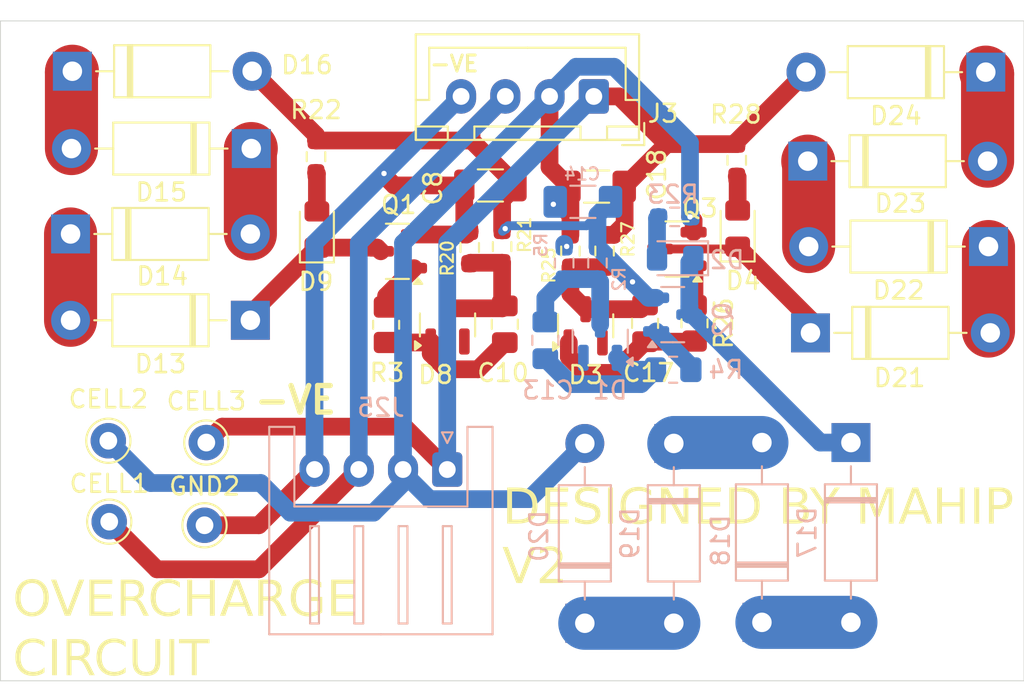
<source format=kicad_pcb>
(kicad_pcb (version 20240108) (generator "pcbnew") (generator_version "8.0")
  (layers (0 "F.Cu" signal) (31 "B.Cu" signal) (34 "B.Paste" user) (35 "F.Paste" user) (36 "B.SilkS" user "B.Silkscreen") (37 "F.SilkS" user "F.Silkscreen") (38 "B.Mask" user) (39 "F.Mask" user) (44 "Edge.Cuts" user))
  (net 0 "")
  (net 1 "Net-(D1-K)")
  (net 2 "Net-(D1-A)")
  (net 3 "Net-(D2-A)")
  (net 4 "Net-(D3-A)")
  (net 5 "/chCELL1-")
  (net 6 "Net-(Q1-B)")
  (net 9 "Net-(D3-K)")
  (net 10 "Net-(D8-K)")
  (net 11 "Net-(D8-A)")
  (net 13 "Net-(D17-K)")
  (net 14 "Net-(D21-K)")
  (net 15 "Net-(Q2-B)")
  (net 16 "Net-(Q3-B)")
  (net 17 "Net-(D4-A)")
  (net 18 "Net-(D9-A)")
  (net 19 "Net-(D13-K)")
  (net 20 "Net-(D13-A)")
  (net 21 "Net-(D14-A)")
  (net 22 "Net-(D15-A)")
  (net 23 "Net-(D17-A)")
  (net 24 "Net-(D18-A)")
  (net 25 "Net-(D19-A)")
  (net 26 "Net-(D21-A)")
  (net 27 "Net-(D22-A)")
  (net 28 "Net-(D23-A)")
  (net 29 "/chCELL3+")
  (net 30 "/chCELL2+")
  (net 31 "/chCELL1+")
  (footprint "Package_TO_SOT_SMD:SOT-23" (layer "F.Cu") (at 99.177 61.7413 90)
    (property "Reference" "D8" (at -2.8171 -0.6756 180) (layer "F.SilkS"))
    (property "Value" "BZX84C24")
    (pad "1" smd roundrect (at -0.9375 -0.95 90) (size 1.475 0.6) (layers "F.Cu" "F.Paste" "F.Mask") (net 11 "Net-(D8-A)"))
    (pad "2" smd roundrect (at -0.9375 0.95 90) (size 1.475 0.6) (layers "F.Cu" "F.Paste" "F.Mask"))
    (pad "3" smd roundrect (at 0.9375 0 90) (size 1.475 0.6) (layers "F.Cu" "F.Paste" "F.Mask") (net 10 "Net-(D8-K)"))
  )
  (footprint "Capacitor_SMD:C_1206_3216Metric_Pad1.33x1.80mm_HandSolder" (layer "F.Cu") (at 107.5992 53.9252)
    (property "Reference" "C18" (at 3.4036 -0.6756 90) (layer "F.SilkS"))
    (property "Value" "100n")
    (pad "1" smd roundrect (at -1.5625 0) (size 1.325 1.8) (layers "F.Cu" "F.Paste" "F.Mask") (roundrect_rratio 0.188679) (net 30 "/chCELL2+"))
    (pad "2" smd roundrect (at 1.5625 0) (size 1.325 1.8) (layers "F.Cu" "F.Paste" "F.Mask") (roundrect_rratio 0.188679) (net 29 "/chCELL3+"))
  )
  (footprint "Connector_Pin:Pin_D1.0mm_L10.0mm" (layer "F.Cu") (at 80.0102 68.2864)
    (property "Reference" "CELL2" (at 0.0026 -2.3528 0) (layer "F.SilkS"))
    (property "Value" "TestPoint")
    (pad "1" thru_hole circle (at 0 0) (size 2 2) (drill 1) (layers "*.Cu" "*.Mask") (net 30 "/chCELL2+"))
  )
  (footprint "Diode_THT:D_DO-41_SOD81_P10.16mm_Horizontal" (layer "F.Cu") (at 77.9782 47.4076)
    (property "Reference" "D16" (at 13.2588 -0.3556 0) (layer "F.SilkS"))
    (property "Value" "1N4007")
    (pad "1" thru_hole rect (at 0 0) (size 2.2 2.2) (drill 1.1) (layers "*.Cu" "*.Mask") (net 22 "Net-(D15-A)"))
    (pad "2" thru_hole oval (at 10.16 0) (size 2.2 2.2) (drill 1.1) (layers "*.Cu" "*.Mask") (net 31 "/chCELL1+"))
  )
  (footprint "Connector_Pin:Pin_D1.0mm_L10.0mm" (layer "F.Cu") (at 85.5474 68.388)
    (property "Reference" "CELL3" (at 0.0026 -2.338 0) (layer "F.SilkS"))
    (property "Value" "TestPoint")
    (pad "1" thru_hole circle (at 0 0) (size 2 2) (drill 1) (layers "*.Cu" "*.Mask") (net 29 "/chCELL3+"))
  )
  (footprint "Resistor_SMD:R_0805_2012Metric_Pad1.20x1.40mm_HandSolder" (layer "F.Cu") (at 113.1318 61.652 -90)
    (property "Reference" "R26" (at 0 -1.65 90) (layer "F.SilkS"))
    (property "Value" "10k")
    (pad "1" smd roundrect (at -1 0 270) (size 1.2 1.4) (layers "F.Cu" "F.Paste" "F.Mask") (roundrect_rratio 0.208333) (net 16 "Net-(Q3-B)"))
    (pad "2" smd roundrect (at 1 0 270) (size 1.2 1.4) (layers "F.Cu" "F.Paste" "F.Mask") (roundrect_rratio 0.208333) (net 4 "Net-(D3-A)"))
  )
  (footprint "Diode_THT:D_DO-41_SOD81_P10.16mm_Horizontal" (layer "F.Cu") (at 129.7434 57.3136 180)
    (property "Reference" "D22" (at 5.08 -2.47 0) (layer "F.SilkS"))
    (property "Value" "1N4007")
    (pad "1" thru_hole rect (at 0 0 180) (size 2.2 2.2) (drill 1.1) (layers "*.Cu" "*.Mask") (net 26 "Net-(D21-A)"))
    (pad "2" thru_hole oval (at 10.16 0 180) (size 2.2 2.2) (drill 1.1) (layers "*.Cu" "*.Mask") (net 27 "Net-(D22-A)"))
  )
  (footprint "Capacitor_SMD:C_0805_2012Metric_Pad1.18x1.45mm_HandSolder" (layer "F.Cu") (at 110.3378 61.652 90)
    (property "Reference" "C17" (at -2.794 0.2032 180) (layer "F.SilkS"))
    (property "Value" "100n")
    (pad "1" smd roundrect (at -1.0375 0 90) (size 1.175 1.45) (layers "F.Cu" "F.Paste" "F.Mask") (roundrect_rratio 0.212766) (net 4 "Net-(D3-A)"))
    (pad "2" smd roundrect (at 1.0375 0 90) (size 1.175 1.45) (layers "F.Cu" "F.Paste" "F.Mask") (roundrect_rratio 0.212766) (net 9 "Net-(D3-K)"))
  )
  (footprint "LED_SMD:LED_0805_2012Metric_Pad1.15x1.40mm_HandSolder" (layer "F.Cu") (at 115.5702 56.2976 90)
    (property "Reference" "D4" (at -2.9464 0.3048 180) (layer "F.SilkS"))
    (property "Value" "LED")
    (pad "1" smd roundrect (at -1.025 0 90) (size 1.15 1.4) (layers "F.Cu" "F.Paste" "F.Mask") (roundrect_rratio 0.217391) (net 14 "Net-(D21-K)"))
    (pad "2" smd roundrect (at 1.025 0 90) (size 1.15 1.4) (layers "F.Cu" "F.Paste" "F.Mask") (roundrect_rratio 0.217391) (net 17 "Net-(D4-A)"))
  )
  (footprint "Resistor_SMD:R_0603_1608Metric_Pad0.98x0.95mm_HandSolder" (layer "F.Cu") (at 102.2606 57.3155 -90)
    (property "Reference" "R21" (at -0.6604 -1.27 -90) (layer "F.SilkS") (effects (font (size 0.7 0.7) (thickness 0.12) (bold yes))))
    (property "Value" "12k")
    (pad "1" smd roundrect (at -0.9125 0 270) (size 0.975 0.95) (layers "F.Cu" "F.Paste" "F.Mask") (net 31 "/chCELL1+"))
    (pad "2" smd roundrect (at 0.9125 0 270) (size 0.975 0.95) (layers "F.Cu" "F.Paste" "F.Mask") (net 10 "Net-(D8-K)"))
  )
  (footprint "Capacitor_SMD:C_1206_3216Metric" (layer "F.Cu") (at 101.5984 53.8611)
    (property "Reference" "C8" (at -3.2494 0.1524 90) (layer "F.SilkS"))
    (property "Value" "100n")
    (pad "1" smd roundrect (at -1.475 0) (size 1.15 1.8) (layers "F.Cu" "F.Paste" "F.Mask") (roundrect_rratio 0.217391) (net 5 "/chCELL1-"))
    (pad "2" smd roundrect (at 1.475 0) (size 1.15 1.8) (layers "F.Cu" "F.Paste" "F.Mask") (roundrect_rratio 0.217391) (net 31 "/chCELL1+"))
  )
  (footprint "Diode_THT:D_DO-41_SOD81_P10.16mm_Horizontal" (layer "F.Cu") (at 129.591 47.4584 180)
    (property "Reference" "D24" (at 5.08 -2.47 0) (layer "F.SilkS"))
    (property "Value" "1N4007")
    (pad "1" thru_hole rect (at 0 0 180) (size 2.2 2.2) (drill 1.1) (layers "*.Cu" "*.Mask") (net 28 "Net-(D23-A)"))
    (pad "2" thru_hole oval (at 10.16 0 180) (size 2.2 2.2) (drill 1.1) (layers "*.Cu" "*.Mask") (net 29 "/chCELL3+"))
  )
  (footprint "Capacitor_SMD:C_0805_2012Metric_Pad1.18x1.45mm_HandSolder" (layer "F.Cu") (at 102.413 61.7039 90)
    (property "Reference" "C10" (at -2.7432 -0.1016 180) (layer "F.SilkS"))
    (property "Value" "100n")
    (pad "1" smd roundrect (at -1.0375 0 90) (size 1.175 1.45) (layers "F.Cu" "F.Paste" "F.Mask") (roundrect_rratio 0.212766) (net 11 "Net-(D8-A)"))
    (pad "2" smd roundrect (at 1.0375 0 90) (size 1.175 1.45) (layers "F.Cu" "F.Paste" "F.Mask") (roundrect_rratio 0.212766) (net 10 "Net-(D8-K)"))
  )
  (footprint "Resistor_SMD:R_0603_1608Metric_Pad0.98x0.95mm_HandSolder" (layer "F.Cu") (at 106.1214 57.5676 90)
    (property "Reference" "R25" (at -0.8128 -1.2192 -90) (layer "F.SilkS") (effects (font (size 0.7 0.7) (thickness 0.12) (bold yes))))
    (property "Value" "16k")
    (pad "1" smd roundrect (at -0.9125 0 90) (size 0.975 0.95) (layers "F.Cu" "F.Paste" "F.Mask") (net 9 "Net-(D3-K)"))
    (pad "2" smd roundrect (at 0.9125 0 90) (size 0.975 0.95) (layers "F.Cu" "F.Paste" "F.Mask") (net 30 "/chCELL2+"))
  )
  (footprint "Diode_THT:D_DO-41_SOD81_P10.16mm_Horizontal" (layer "F.Cu") (at 77.8766 56.6024)
    (property "Reference" "D14" (at 5.1816 2.3876 0) (layer "F.SilkS"))
    (property "Value" "1N4007")
    (pad "1" thru_hole rect (at 0 0) (size 2.2 2.2) (drill 1.1) (layers "*.Cu" "*.Mask") (net 20 "Net-(D13-A)"))
    (pad "2" thru_hole oval (at 10.16 0) (size 2.2 2.2) (drill 1.1) (layers "*.Cu" "*.Mask") (net 21 "Net-(D14-A)"))
  )
  (footprint "Resistor_SMD:R_0805_2012Metric_Pad1.20x1.40mm_HandSolder" (layer "F.Cu") (at 95.7074 61.7332 -90)
    (property "Reference" "R3" (at 2.7065 -0.0508 180) (layer "F.SilkS"))
    (property "Value" "10k")
    (pad "1" smd roundrect (at -1 0 270) (size 1.2 1.4) (layers "F.Cu" "F.Paste" "F.Mask") (roundrect_rratio 0.208333) (net 6 "Net-(Q1-B)"))
    (pad "2" smd roundrect (at 1 0 270) (size 1.2 1.4) (layers "F.Cu" "F.Paste" "F.Mask") (roundrect_rratio 0.208333) (net 11 "Net-(D8-A)"))
  )
  (footprint "Connector_Pin:Pin_D1.0mm_L10.0mm" (layer "F.Cu") (at 80.061 72.8584)
    (property "Reference" "CELL1" (at 0.0026 -2.1496 0) (layer "F.SilkS"))
    (property "Value" "TestPoint")
    (pad "1" thru_hole circle (at 0 0) (size 2 2) (drill 1) (layers "*.Cu" "*.Mask") (net 31 "/chCELL1+"))
  )
  (footprint "Diode_THT:D_DO-41_SOD81_P10.16mm_Horizontal" (layer "F.Cu") (at 119.685 62.1904)
    (property "Reference" "D21" (at 5.0292 2.54 0) (layer "F.SilkS"))
    (property "Value" "1N4007")
    (pad "1" thru_hole rect (at 0 0) (size 2.2 2.2) (drill 1.1) (layers "*.Cu" "*.Mask") (net 14 "Net-(D21-K)"))
    (pad "2" thru_hole oval (at 10.16 0) (size 2.2 2.2) (drill 1.1) (layers "*.Cu" "*.Mask") (net 26 "Net-(D21-A)"))
  )
  (footprint "Package_TO_SOT_SMD:SOT-23" (layer "F.Cu") (at 112.1435 57.4508 180)
    (property "Reference" "Q3" (at -1.2931 2.3012 0) (layer "F.SilkS"))
    (property "Value" "MMBT2222A")
    (pad "1" smd roundrect (at -0.9375 -0.95 180) (size 1.475 0.6) (layers "F.Cu" "F.Paste" "F.Mask") (net 16 "Net-(Q3-B)"))
    (pad "2" smd roundrect (at -0.9375 0.95 180) (size 1.475 0.6) (layers "F.Cu" "F.Paste" "F.Mask") (net 30 "/chCELL2+"))
    (pad "3" smd roundrect (at 0.9375 0 180) (size 1.475 0.6) (layers "F.Cu" "F.Paste" "F.Mask") (net 14 "Net-(D21-K)"))
  )
  (footprint "LED_SMD:LED_0805_2012Metric_Pad1.15x1.40mm_HandSolder" (layer "F.Cu") (at 91.7958 56.3484 90)
    (property "Reference" "D9" (at -2.9464 -0.0508 180) (layer "F.SilkS"))
    (property "Value" "LED")
    (pad "1" smd roundrect (at -1.025 0 90) (size 1.15 1.4) (layers "F.Cu" "F.Paste" "F.Mask") (roundrect_rratio 0.217391) (net 19 "Net-(D13-K)"))
    (pad "2" smd roundrect (at 1.025 0 90) (size 1.15 1.4) (layers "F.Cu" "F.Paste" "F.Mask") (roundrect_rratio 0.217391) (net 18 "Net-(D9-A)"))
  )
  (footprint "Resistor_SMD:R_0603_1608Metric_Pad0.98x0.95mm_HandSolder" (layer "F.Cu") (at 108.0518 57.5676 -90)
    (property "Reference" "R27" (at -0.6604 -1.3208 90) (layer "F.SilkS") (effects (font (size 0.7 0.7) (thickness 0.12) (bold yes))))
    (property "Value" "12k")
    (pad "1" smd roundrect (at -0.9125 0 270) (size 0.975 0.95) (layers "F.Cu" "F.Paste" "F.Mask") (net 29 "/chCELL3+"))
    (pad "2" smd roundrect (at 0.9125 0 270) (size 0.975 0.95) (layers "F.Cu" "F.Paste" "F.Mask") (net 9 "Net-(D3-K)"))
  )
  (footprint "Resistor_SMD:R_0603_1608Metric_Pad0.98x0.95mm_HandSolder" (layer "F.Cu") (at 115.5194 52.4368 90)
    (property "Reference" "R28" (at 2.5908 -0.0508 180) (layer "F.SilkS"))
    (property "Value" "100")
    (pad "1" smd roundrect (at -0.9125 0 90) (size 0.975 0.95) (layers "F.Cu" "F.Paste" "F.Mask") (net 17 "Net-(D4-A)"))
    (pad "2" smd roundrect (at 0.9125 0 90) (size 0.975 0.95) (layers "F.Cu" "F.Paste" "F.Mask") (net 29 "/chCELL3+"))
  )
  (footprint "Diode_THT:D_DO-41_SOD81_P10.16mm_Horizontal" (layer "F.Cu") (at 119.5326 52.4876)
    (property "Reference" "D23" (at 5.2324 2.3876 0) (layer "F.SilkS"))
    (property "Value" "1N4007")
    (pad "1" thru_hole rect (at 0 0) (size 2.2 2.2) (drill 1.1) (layers "*.Cu" "*.Mask") (net 27 "Net-(D22-A)"))
    (pad "2" thru_hole oval (at 10.16 0) (size 2.2 2.2) (drill 1.1) (layers "*.Cu" "*.Mask") (net 28 "Net-(D23-A)"))
  )
  (footprint "Resistor_SMD:R_0603_1608Metric_Pad0.98x0.95mm_HandSolder" (layer "F.Cu") (at 100.4318 57.3663 90)
    (property "Reference" "R20" (at -0.6096 -1.27 90) (layer "F.SilkS") (effects (font (size 0.7 0.7) (thickness 0.12) (bold yes))))
    (property "Value" "16k")
    (pad "1" smd roundrect (at -0.9125 0 90) (size 0.975 0.95) (layers "F.Cu" "F.Paste" "F.Mask") (net 10 "Net-(D8-K)"))
    (pad "2" smd roundrect (at 0.9125 0 90) (size 0.975 0.95) (layers "F.Cu" "F.Paste" "F.Mask") (net 5 "/chCELL1-"))
  )
  (footprint "Resistor_SMD:R_0603_1608Metric_Pad0.98x0.95mm_HandSolder" (layer "F.Cu") (at 91.745 52.2336 90)
    (property "Reference" "R22" (at 2.6416 0 180) (layer "F.SilkS"))
    (property "Value" "100")
    (pad "1" smd roundrect (at -0.9125 0 90) (size 0.975 0.95) (layers "F.Cu" "F.Paste" "F.Mask") (net 18 "Net-(D9-A)"))
    (pad "2" smd roundrect (at 0.9125 0 90) (size 0.975 0.95) (layers "F.Cu" "F.Paste" "F.Mask") (net 31 "/chCELL1+"))
  )
  (footprint "Package_TO_SOT_SMD:SOT-23" (layer "F.Cu") (at 106.9804 61.7919 90)
    (property "Reference" "D3" (at -2.7709 0.0046 180) (layer "F.SilkS"))
    (property "Value" "BZX84C24")
    (pad "1" smd roundrect (at -0.9375 -0.95 90) (size 1.475 0.6) (layers "F.Cu" "F.Paste" "F.Mask") (net 4 "Net-(D3-A)"))
    (pad "2" smd roundrect (at -0.9375 0.95 90) (size 1.475 0.6) (layers "F.Cu" "F.Paste" "F.Mask"))
    (pad "3" smd roundrect (at 0.9375 0 90) (size 1.475 0.6) (layers "F.Cu" "F.Paste" "F.Mask") (net 9 "Net-(D3-K)"))
  )
  (footprint "Connector_JST:JST_XH_B4B-XH-A_1x04_P2.50mm_Vertical" (layer "F.Cu") (at 107.4422 48.83 180)
    (property "Reference" "J3" (at -3.9116 -0.9652 0) (layer "F.SilkS"))
    (property "Value" "Charger")
    (pad "1" thru_hole roundrect (at 0 0 180) (size 1.7 1.95) (drill 0.95) (layers "*.Cu" "*.Mask") (roundrect_rratio 0.147059) (net 29 "/chCELL3+"))
    (pad "2" thru_hole oval (at 2.5 0 180) (size 1.7 1.95) (drill 0.95) (layers "*.Cu" "*.Mask") (net 30 "/chCELL2+"))
    (pad "3" thru_hole oval (at 5 0 180) (size 1.7 1.95) (drill 0.95) (layers "*.Cu" "*.Mask") (net 31 "/chCELL1+"))
    (pad "4" thru_hole oval (at 7.5 0 180) (size 1.7 1.95) (drill 0.95) (layers "*.Cu" "*.Mask") (net 5 "/chCELL1-"))
  )
  (footprint "Connector_Pin:Pin_D1.0mm_L10.0mm" (layer "F.Cu") (at 85.4458 73.0616)
    (property "Reference" "GND2" (at 0.0026 -2.2004 0) (layer "F.SilkS"))
    (property "Value" "TestPoint")
    (pad "1" thru_hole circle (at 0 0) (size 2 2) (drill 1) (layers "*.Cu" "*.Mask") (net 5 "/chCELL1-"))
  )
  (footprint "Diode_THT:D_DO-41_SOD81_P10.16mm_Horizontal" (layer "F.Cu") (at 88.0874 51.7764 180)
    (property "Reference" "D15" (at 5.08 -2.47 0) (layer "F.SilkS"))
    (property "Value" "1N4007")
    (pad "1" thru_hole rect (at 0 0 180) (size 2.2 2.2) (drill 1.1) (layers "*.Cu" "*.Mask") (net 21 "Net-(D14-A)"))
    (pad "2" thru_hole oval (at 10.16 0 180) (size 2.2 2.2) (drill 1.1) (layers "*.Cu" "*.Mask") (net 22 "Net-(D15-A)"))
  )
  (footprint "Diode_THT:D_DO-41_SOD81_P10.16mm_Horizontal" (layer "F.Cu") (at 88.0366 61.4792 180)
    (property "Reference" "D13" (at 5.08 -2.47 0) (layer "F.SilkS"))
    (property "Value" "1N4007")
    (pad "1" thru_hole rect (at 0 0 180) (size 2.2 2.2) (drill 1.1) (layers "*.Cu" "*.Mask") (net 19 "Net-(D13-K)"))
    (pad "2" thru_hole oval (at 10.16 0 180) (size 2.2 2.2) (drill 1.1) (layers "*.Cu" "*.Mask") (net 20 "Net-(D13-A)"))
  )
  (footprint "Package_TO_SOT_SMD:SOT-23" (layer "F.Cu") (at 96.3447 57.5828 180)
    (property "Reference" "Q1" (at -0.0739 2.6283 0) (layer "F.SilkS"))
    (property "Value" "MMBT2222A")
    (pad "1" smd roundrect (at -0.9375 -0.95 180) (size 1.475 0.6) (layers "F.Cu" "F.Paste" "F.Mask") (net 6 "Net-(Q1-B)"))
    (pad "2" smd roundrect (at -0.9375 0.95 180) (size 1.475 0.6) (layers "F.Cu" "F.Paste" "F.Mask") (net 5 "/chCELL1-"))
    (pad "3" smd roundrect (at 0.9375 0 180) (size 1.475 0.6) (layers "F.Cu" "F.Paste" "F.Mask") (net 19 "Net-(D13-K)"))
  )
  (footprint "Package_TO_SOT_SMD:SOT-23" (layer "B.Cu") (at 111.9009 61.1592)
    (property "Reference" "Q2" (at 2.8217 0.2896 90) (layer "B.SilkS") (effects (justify mirror)))
    (property "Value" "MMBT2222A")
    (pad "1" smd roundrect (at -0.9375 0.95) (size 1.475 0.6) (layers "B.Cu" "B.Paste" "B.Mask") (net 15 "Net-(Q2-B)"))
    (pad "2" smd roundrect (at -0.9375 -0.95) (size 1.475 0.6) (layers "B.Cu" "B.Paste" "B.Mask") (net 31 "/chCELL1+"))
    (pad "3" smd roundrect (at 0.9375 0) (size 1.475 0.6) (layers "B.Cu" "B.Paste" "B.Mask") (net 13 "Net-(D17-K)"))
  )
  (footprint "Diode_THT:D_DO-41_SOD81_P10.16mm_Horizontal" (layer "B.Cu") (at 106.9342 78.5988 90)
    (property "Reference" "D20" (at 4.9276 -2.5908 90) (layer "B.SilkS") (effects (justify mirror)))
    (property "Value" "1N4007")
    (pad "1" thru_hole rect (at 0 0 90) (size 2.2 2.2) (drill 1.1) (layers "*.Cu" "*.Mask") (net 25 "Net-(D19-A)"))
    (pad "2" thru_hole oval (at 10.16 0 90) (size 2.2 2.2) (drill 1.1) (layers "*.Cu" "*.Mask") (net 30 "/chCELL2+"))
  )
  (footprint "Resistor_SMD:R_0603_1608Metric_Pad0.98x0.95mm_HandSolder" (layer "B.Cu") (at 105.7704 58.2413 -90)
    (property "Reference" "R5" (at -1.016 1.3208 90) (layer "B.SilkS") (effects (font (size 0.7 0.7) (thickness 0.12) (bold yes)) (justify mirror)))
    (property "Value" "12k")
    (pad "1" smd roundrect (at -0.9125 0 270) (size 0.975 0.95) (layers "B.Cu" "B.Paste" "B.Mask") (net 30 "/chCELL2+"))
    (pad "2" smd roundrect (at 0.9125 0 270) (size 0.975 0.95) (layers "B.Cu" "B.Paste" "B.Mask") (net 1 "Net-(D1-K)"))
  )
  (footprint "Capacitor_SMD:C_0805_2012Metric_Pad1.18x1.45mm_HandSolder" (layer "B.Cu") (at 104.7036 62.6101 90)
    (property "Reference" "C13" (at -2.8233 0.1524 0) (layer "B.SilkS") (effects (justify mirror)))
    (property "Value" "100n")
    (pad "1" smd roundrect (at -1.0375 0 90) (size 1.175 1.45) (layers "B.Cu" "B.Paste" "B.Mask") (roundrect_rratio 0.212766) (net 2 "Net-(D1-A)"))
    (pad "2" smd roundrect (at 1.0375 0 90) (size 1.175 1.45) (layers "B.Cu" "B.Paste" "B.Mask") (roundrect_rratio 0.212766) (net 1 "Net-(D1-K)"))
  )
  (footprint "Resistor_SMD:R_0603_1608Metric_Pad0.98x0.95mm_HandSolder" (layer "B.Cu") (at 112.0142 55.6372)
    (property "Reference" "R23" (at -0.1016 -1.27 0) (layer "B.SilkS") (effects (justify mirror)))
    (property "Value" "100")
    (pad "1" smd roundrect (at -0.9125 0) (size 0.975 0.95) (layers "B.Cu" "B.Paste" "B.Mask") (net 3 "Net-(D2-A)"))
    (pad "2" smd roundrect (at 0.9125 0) (size 0.975 0.95) (layers "B.Cu" "B.Paste" "B.Mask") (net 30 "/chCELL2+"))
  )
  (footprint "Capacitor_SMD:C_1206_3216Metric_Pad1.33x1.80mm_HandSolder" (layer "B.Cu") (at 106.8249 54.7869 180)
    (property "Reference" "C14" (at 0.0385 1.5748 0) (layer "B.SilkS") (effects (font (size 0.7 0.7) (thickness 0.12) (bold yes)) (justify mirror)))
    (property "Value" "100n")
    (pad "1" smd roundrect (at -1.5625 0 180) (size 1.325 1.8) (layers "B.Cu" "B.Paste" "B.Mask") (roundrect_rratio 0.188679) (net 31 "/chCELL1+"))
    (pad "2" smd roundrect (at 1.5625 0 180) (size 1.325 1.8) (layers "B.Cu" "B.Paste" "B.Mask") (roundrect_rratio 0.188679) (net 30 "/chCELL2+"))
  )
  (footprint "LED_SMD:LED_0805_2012Metric_Pad1.15x1.40mm_HandSolder" (layer "B.Cu") (at 112.0392 57.974 180)
    (property "Reference" "D2" (at -2.9318 -0.094 0) (layer "B.SilkS") (effects (justify mirror)))
    (property "Value" "LED")
    (pad "1" smd roundrect (at -1.025 0 180) (size 1.15 1.4) (layers "B.Cu" "B.Paste" "B.Mask") (roundrect_rratio 0.217391) (net 13 "Net-(D17-K)"))
    (pad "2" smd roundrect (at 1.025 0 180) (size 1.15 1.4) (layers "B.Cu" "B.Paste" "B.Mask") (roundrect_rratio 0.217391) (net 3 "Net-(D2-A)"))
  )
  (footprint "Connector_JST:JST_XH_S4B-XH-A_1x04_P2.50mm_Horizontal" (layer "B.Cu") (at 99.1618 69.912 180)
    (property "Reference" "J25" (at 3.75 3.5 0) (layer "B.SilkS") (effects (justify mirror)))
    (property "Value" "Balance Plug")
    (pad "1" thru_hole roundrect (at 0 0 180) (size 1.7 1.95) (drill 0.95) (layers "*.Cu" "*.Mask") (roundrect_rratio 0.147059) (net 29 "/chCELL3+"))
    (pad "2" thru_hole oval (at 2.5 0 180) (size 1.7 1.95) (drill 0.95) (layers "*.Cu" "*.Mask") (net 30 "/chCELL2+"))
    (pad "3" thru_hole oval (at 5 0 180) (size 1.7 1.95) (drill 0.95) (layers "*.Cu" "*.Mask") (net 31 "/chCELL1+"))
    (pad "4" thru_hole oval (at 7.5 0 180) (size 1.7 1.95) (drill 0.95) (layers "*.Cu" "*.Mask") (net 5 "/chCELL1-"))
  )
  (footprint "Package_TO_SOT_SMD:SOT-23" (layer "B.Cu") (at 107.8024 62.6625 90)
    (property "Reference" "D1" (at -2.7709 0.5588 0) (layer "B.SilkS") (effects (justify mirror)))
    (property "Value" "BZX84C24")
    (pad "1" smd roundrect (at -0.9375 0.95 90) (size 1.475 0.6) (layers "B.Cu" "B.Paste" "B.Mask") (net 2 "Net-(D1-A)"))
    (pad "2" smd roundrect (at -0.9375 -0.95 90) (size 1.475 0.6) (layers "B.Cu" "B.Paste" "B.Mask"))
    (pad "3" smd roundrect (at 0.9375 0 90) (size 1.475 0.6) (layers "B.Cu" "B.Paste" "B.Mask") (net 1 "Net-(D1-K)"))
  )
  (footprint "Diode_THT:D_DO-41_SOD81_P10.16mm_Horizontal" (layer "B.Cu") (at 121.971 68.388 -90)
    (property "Reference" "D17" (at 5.08 2.47 90) (layer "B.SilkS") (effects (justify mirror)))
    (property "Value" "1N4007")
    (pad "1" thru_hole rect (at 0 0 270) (size 2.2 2.2) (drill 1.1) (layers "*.Cu" "*.Mask") (net 13 "Net-(D17-K)"))
    (pad "2" thru_hole oval (at 10.16 0 270) (size 2.2 2.2) (drill 1.1) (layers "*.Cu" "*.Mask") (net 23 "Net-(D17-A)"))
  )
  (footprint "Diode_THT:D_DO-41_SOD81_P10.16mm_Horizontal" (layer "B.Cu") (at 116.9418 78.548 90)
    (property "Reference" "D18" (at 4.6228 -2.3368 90) (layer "B.SilkS") (effects (justify mirror)))
    (property "Value" "1N4007")
    (pad "1" thru_hole rect (at 0 0 90) (size 2.2 2.2) (drill 1.1) (layers "*.Cu" "*.Mask") (net 23 "Net-(D17-A)"))
    (pad "2" thru_hole oval (at 10.16 0 90) (size 2.2 2.2) (drill 1.1) (layers "*.Cu" "*.Mask") (net 24 "Net-(D18-A)"))
  )
  (footprint "Resistor_SMD:R_0603_1608Metric_Pad0.98x0.95mm_HandSolder" (layer "B.Cu") (at 107.65 58.2413 90)
    (property "Reference" "R2" (at -0.9144 1.2192 90) (layer "B.SilkS") (effects (font (size 0.7 0.7) (thickness 0.12) (bold yes)) (justify mirror)))
    (property "Value" "16k")
    (pad "1" smd roundrect (at -0.9125 0 90) (size 0.975 0.95) (layers "B.Cu" "B.Paste" "B.Mask") (net 1 "Net-(D1-K)"))
    (pad "2" smd roundrect (at 0.9125 0 90) (size 0.975 0.95) (layers "B.Cu" "B.Paste" "B.Mask") (net 31 "/chCELL1+"))
  )
  (footprint "Diode_THT:D_DO-41_SOD81_P10.16mm_Horizontal" (layer "B.Cu") (at 111.9634 68.4388 -90)
    (property "Reference" "D19" (at 5.08 2.47 90) (layer "B.SilkS") (effects (justify mirror)))
    (property "Value" "1N4007")
    (pad "1" thru_hole rect (at 0 0 270) (size 2.2 2.2) (drill 1.1) (layers "*.Cu" "*.Mask") (net 24 "Net-(D18-A)"))
    (pad "2" thru_hole oval (at 10.16 0 270) (size 2.2 2.2) (drill 1.1) (layers "*.Cu" "*.Mask") (net 25 "Net-(D19-A)"))
  )
  (footprint "Resistor_SMD:R_0805_2012Metric_Pad1.20x1.40mm_HandSolder" (layer "B.Cu") (at 111.9286 64.2732 180)
    (property "Reference" "R4" (at -2.9812 0 0) (layer "B.SilkS") (effects (justify mirror)))
    (property "Value" "10k")
    (pad "1" smd roundrect (at -1 0 180) (size 1.2 1.4) (layers "B.Cu" "B.Paste" "B.Mask") (roundrect_rratio 0.208333) (net 15 "Net-(Q2-B)"))
    (pad "2" smd roundrect (at 1 0 180) (size 1.2 1.4) (layers "B.Cu" "B.Paste" "B.Mask") (roundrect_rratio 0.208333) (net 2 "Net-(D1-A)"))
  )
  (gr_line (start 73.9142 44.5628) (end 131.75 44.5628) (stroke (width 0.05)) (layer "Edge.Cuts"))
  (gr_line (start 73.9142 81.85) (end 131.75 81.85) (stroke (width 0.05)) (layer "Edge.Cuts"))
  (gr_line (start 73.9142 44.5628) (end 73.9142 81.85) (stroke (width 0.05)) (layer "Edge.Cuts"))
  (gr_line (start 131.75 44.5628) (end 131.75 81.85) (stroke (width 0.05)) (layer "Edge.Cuts"))
  (gr_text "-VE	" (at 88.1382 66.864 0) (layer "F.SilkS") (effects (font (size 1.5 1.5) (thickness 0.3) (bold yes)) (justify left bottom)))
  (gr_text "DESIGNED BY MAHIP\nV2" (at 102.271 76.668 0) (layer "F.SilkS") (effects (font (size 2 2) (thickness 0.1)) (justify left bottom)))
  (gr_text "OVERCHARGE\nCIRCUIT" (at 74.6 81.875 0) (layer "F.SilkS") (effects (font (size 2 2) (thickness 0.1)) (justify left bottom)))
  (gr_text "-VE" (at 98.095 47.5092 0) (layer "F.SilkS") (effects (font (size 0.9 0.9) (thickness 0.17) (bold yes)) (justify left bottom)))
  (segment (start 107.65 59.1538) (end 105.7704 59.1538) (width 1) (layer "B.Cu") (net 1))
  (segment (start 107.8024 61.725) (end 107.8024 59.3062) (width 1) (layer "B.Cu") (net 1))
  (segment (start 104.7036 61.5726) (end 104.7036 60.2206) (width 1) (layer "B.Cu") (net 1))
  (segment (start 104.7036 60.2206) (end 105.7704 59.1538) (width 1) (layer "B.Cu") (net 1))
  (segment (start 107.8024 59.3062) (end 107.65 59.1538) (width 1) (layer "B.Cu") (net 1))
  (segment (start 106.142 65.086) (end 110.1158 65.086) (width 1) (layer "B.Cu") (net 2))
  (segment (start 110.1158 65.086) (end 110.9286 64.2732) (width 1) (layer "B.Cu") (net 2))
  (segment (start 104.7036 63.6476) (end 106.142 65.086) (width 1) (layer "B.Cu") (net 2))
  (segment (start 110.9286 64.2732) (end 109.4256 64.2732) (width 1) (layer "B.Cu") (net 2))
  (segment (start 109.4256 64.2732) (end 108.7524 63.6) (width 1) (layer "B.Cu") (net 2))
  (segment (start 111.0142 55.7247) (end 111.1017 55.6372) (width 1) (layer "B.Cu") (net 3))
  (segment (start 111.0142 57.974) (end 111.0142 55.7247) (width 1) (layer "B.Cu") (net 3))
  (segment (start 110.3378 62.6895) (end 113.0943 62.6895) (width 1) (layer "F.Cu") (net 4))
  (segment (start 106.0304 63.5472) (end 106.9342 64.451) (width 1) (layer "F.Cu") (net 4))
  (segment (start 113.0943 62.6895) (end 113.1318 62.652) (width 1) (layer "F.Cu") (net 4))
  (segment (start 106.0304 62.7294) (end 106.0304 63.5472) (width 1) (layer "F.Cu") (net 4))
  (segment (start 108.5763 64.451) (end 110.3378 62.6895) (width 1) (layer "F.Cu") (net 4))
  (segment (start 106.9342 64.451) (end 108.5763 64.451) (width 1) (layer "F.Cu") (net 4))
  (segment (start 100.1234 53.8611) (end 100.1234 56.1454) (width 1) (layer "F.Cu") (net 5))
  (segment (start 96.1641 53.8611) (end 95.671 53.368) (width 1) (layer "F.Cu") (net 5))
  (segment (start 100.1234 53.8611) (end 96.1641 53.8611) (width 1) (layer "F.Cu") (net 5))
  (segment (start 88.5122 73.0616) (end 91.6618 69.912) (width 1) (layer "F.Cu") (net 5))
  (segment (start 100.1234 56.1454) (end 100.4318 56.4538) (width 1) (layer "F.Cu") (net 5))
  (segment (start 97.2822 56.6328) (end 100.2528 56.6328) (width 1) (layer "F.Cu") (net 5))
  (segment (start 100.2528 56.6328) (end 100.4318 56.4538) (width 1) (layer "F.Cu") (net 5))
  (segment (start 85.4458 73.0616) (end 88.5122 73.0616) (width 1) (layer "F.Cu") (net 5))
  (via (at 95.5876 53.1846) (size 0.6) (drill 0.3) (layers "F.Cu" "B.Cu") (net 5))
  (segment (start 91.6618 69.912) (end 91.6618 57.1104) (width 1) (layer "B.Cu") (net 5))
  (segment (start 95.5876 53.1846) (end 99.9422 48.83) (width 1) (layer "B.Cu") (net 5))
  (segment (start 91.6618 57.1104) (end 95.5876 53.1846) (width 1) (layer "B.Cu") (net 5))
  (segment (start 95.7074 60.1076) (end 97.2822 58.5328) (width 1) (layer "F.Cu") (net 6))
  (segment (start 95.7074 60.7332) (end 95.7074 60.1076) (width 1) (layer "F.Cu") (net 6))
  (segment (start 106.9804 60.8544) (end 110.0979 60.8544) (width 1) (layer "F.Cu") (net 9))
  (segment (start 106.1214 58.4801) (end 106.1214 59.9954) (width 1) (layer "F.Cu") (net 9))
  (segment (start 106.1214 58.4801) (end 108.0518 58.4801) (width 1) (layer "F.Cu") (net 9))
  (segment (start 110.0979 60.8544) (end 110.3378 60.6145) (width 1) (layer "F.Cu") (net 9))
  (segment (start 106.1214 59.9954) (end 106.9804 60.8544) (width 1) (layer "F.Cu") (net 9))
  (segment (start 102.2756 60.8038) (end 102.413 60.6664) (width 1) (layer "F.Cu") (net 10))
  (segment (start 99.177 60.8038) (end 102.2756 60.8038) (width 1) (layer "F.Cu") (net 10))
  (segment (start 100.4826 58.228) (end 100.4318 58.2788) (width 1) (layer "F.Cu") (net 10))
  (segment (start 102.2606 58.228) (end 102.2606 60.514) (width 1) (layer "F.Cu") (net 10))
  (segment (start 102.2606 58.228) (end 100.4826 58.228) (width 1) (layer "F.Cu") (net 10))
  (segment (start 102.2606 60.514) (end 102.413 60.6664) (width 1) (layer "F.Cu") (net 10))
  (segment (start 98.227 62.6788) (end 98.227 63.3638) (width 1) (layer "F.Cu") (net 11))
  (segment (start 98.227 63.3638) (end 99.111 64.2478) (width 1) (layer "F.Cu") (net 11))
  (segment (start 98.1726 62.7332) (end 98.227 62.6788) (width 1) (layer "F.Cu") (net 11))
  (segment (start 100.9066 64.2478) (end 102.413 62.7414) (width 1) (layer "F.Cu") (net 11))
  (segment (start 99.111 64.2478) (end 100.9066 64.2478) (width 1) (layer "F.Cu") (net 11))
  (segment (start 95.7074 62.7332) (end 98.1726 62.7332) (width 1) (layer "F.Cu") (net 11))
  (segment (start 112.8384 60.9826) (end 112.8384 60.6664) (width 1) (layer "B.Cu") (net 13))
  (segment (start 121.971 68.388) (end 120.2438 68.388) (width 1) (layer "B.Cu") (net 13))
  (segment (start 112.8384 60.6664) (end 112.8384 58.1998) (width 1) (layer "B.Cu") (net 13))
  (segment (start 112.8384 61.1592) (end 112.8384 60.6664) (width 1) (layer "B.Cu") (net 13))
  (segment (start 112.8384 58.1998) (end 113.0642 57.974) (width 1) (layer "B.Cu") (net 13))
  (segment (start 120.2438 68.388) (end 112.8384 60.9826) (width 1) (layer "B.Cu") (net 13))
  (segment (start 111.206 57.4508) (end 115.442 57.4508) (width 0.5) (layer "F.Cu") (net 14))
  (segment (start 119.685 62.1904) (end 119.685 61.4374) (width 1) (layer "F.Cu") (net 14))
  (segment (start 115.442 57.4508) (end 115.5702 57.3226) (width 0.5) (layer "F.Cu") (net 14))
  (segment (start 119.685 61.4374) (end 115.5702 57.3226) (width 1) (layer "F.Cu") (net 14))
  (segment (start 110.9634 62.1092) (end 112.9286 64.0744) (width 1) (layer "B.Cu") (net 15))
  (segment (start 112.9286 64.0744) (end 112.9286 64.2732) (width 1) (layer "B.Cu") (net 15))
  (segment (start 113.1318 58.4516) (end 113.081 58.4008) (width 1) (layer "F.Cu") (net 16))
  (segment (start 113.1318 60.652) (end 113.1318 58.4516) (width 1) (layer "F.Cu") (net 16))
  (segment (start 115.5702 55.2726) (end 115.5702 53.4001) (width 1) (layer "F.Cu") (net 17))
  (segment (start 115.5702 53.4001) (end 115.5194 53.3493) (width 1) (layer "F.Cu") (net 17))
  (segment (start 91.7958 53.1969) (end 91.745 53.1461) (width 1) (layer "F.Cu") (net 18))
  (segment (start 91.7958 55.3234) (end 91.7958 53.1969) (width 1) (layer "F.Cu") (net 18))
  (segment (start 88.0366 61.4792) (end 88.0366 61.1326) (width 1) (layer "F.Cu") (net 19))
  (segment (start 95.1978 57.3734) (end 95.4072 57.5828) (width 1) (layer "F.Cu") (net 19))
  (segment (start 91.7958 57.3734) (end 95.1978 57.3734) (width 1) (layer "F.Cu") (net 19))
  (segment (start 88.0366 61.1326) (end 91.7958 57.3734) (width 1) (layer "F.Cu") (net 19))
  (segment (start 77.8766 61.4792) (end 77.8766 56.6024) (width 3) (layer "F.Cu") (net 20))
  (segment (start 88.0366 56.6024) (end 88.0366 51.8272) (width 3) (layer "F.Cu") (net 21))
  (segment (start 88.0366 51.8272) (end 88.0874 51.7764) (width 3) (layer "F.Cu") (net 21))
  (segment (start 77.9274 51.7764) (end 77.9274 47.4584) (width 3) (layer "F.Cu") (net 22))
  (segment (start 77.9274 47.4584) (end 77.9782 47.4076) (width 3) (layer "F.Cu") (net 22))
  (segment (start 116.9418 78.548) (end 121.971 78.548) (width 3) (layer "B.Cu") (net 23))
  (segment (start 116.9418 68.388) (end 112.0142 68.388) (width 3) (layer "B.Cu") (net 24))
  (segment (start 112.0142 68.388) (end 111.9634 68.4388) (width 3) (layer "B.Cu") (net 24))
  (segment (start 106.9342 78.5988) (end 111.9634 78.5988) (width 3) (layer "B.Cu") (net 25))
  (segment (start 129.7434 57.3136) (end 129.7434 62.0888) (width 3) (layer "F.Cu") (net 26))
  (segment (start 119.5834 52.5384) (end 119.5326 52.4876) (width 3) (layer "F.Cu") (net 27))
  (segment (start 119.5834 57.3136) (end 119.5834 52.5384) (width 3) (layer "F.Cu") (net 27))
  (segment (start 129.6926 52.4876) (end 129.6926 47.56) (width 3) (layer "F.Cu") (net 28))
  (segment (start 129.6926 47.56) (end 129.591 47.4584) (width 3) (layer "F.Cu") (net 28))
  (segment (start 115.5194 51.5243) (end 111.5626 51.5243) (width 1) (layer "F.Cu") (net 29))
  (segment (start 115.5194 51.37) (end 119.431 47.4584) (width 1) (layer "F.Cu") (net 29))
  (segment (start 111.5626 51.5243) (end 109.1617 53.9252) (width 1) (layer "F.Cu") (net 29))
  (segment (start 109.1846 56.0512) (end 109.1846 53.9481) (width 1) (layer "F.Cu") (net 29))
  (segment (start 109.1846 53.9481) (end 109.1617 53.9252) (width 1) (layer "F.Cu") (net 29))
  (segment (start 107.4422 48.83) (end 108.8683 48.83) (width 1) (layer "F.Cu") (net 29))
  (segment (start 108.5807 56.6551) (end 109.1846 56.0512) (width 1) (layer "F.Cu") (net 29))
  (segment (start 115.5194 51.5243) (end 115.5194 51.37) (width 1) (layer "F.Cu") (net 29))
  (segment (start 86.4458 67.4896) (end 96.7394 67.4896) (width 1) (layer "F.Cu") (net 29))
  (segment (start 108.0518 56.6551) (end 108.5807 56.6551) (width 1) (layer "F.Cu") (net 29))
  (segment (start 108.8683 48.83) (end 111.5626 51.5243) (width 1) (layer "F.Cu") (net 29))
  (segment (start 96.7394 67.4896) (end 99.1618 69.912) (width 1) (layer "F.Cu") (net 29))
  (segment (start 85.5474 68.388) (end 86.4458 67.4896) (width 1) (layer "F.Cu") (net 29))
  (segment (start 99.1618 69.912) (end 99.1618 57.1104) (width 1) (layer "B.Cu") (net 29))
  (segment (start 99.1618 57.1104) (end 107.4422 48.83) (width 1) (layer "B.Cu") (net 29))
  (segment (start 106.0367 53.9252) (end 105.1562 54.8057) (width 1) (layer "F.Cu") (net 30))
  (segment (start 104.9422 52.8307) (end 106.0367 53.9252) (width 1) (layer "F.Cu") (net 30))
  (segment (start 105.909754 55.679554) (end 105.1562 54.926) (width 0.5) (layer "F.Cu") (net 30))
  (segment (start 105.909754 57.307263) (end 105.909754 55.679554) (width 0.5) (layer "F.Cu") (net 30))
  (segment (start 113.081 55.8404) (end 112.8778 55.6372) (width 1) (layer "F.Cu") (net 30))
  (segment (start 105.1562 54.8057) (end 105.1562 54.926) (width 1) (layer "F.Cu") (net 30))
  (segment (start 113.081 56.5008) (end 113.081 55.8404) (width 1) (layer "F.Cu") (net 30))
  (segment (start 106.1214 56.6551) (end 106.1214 54.0099) (width 1) (layer "F.Cu") (net 30))
  (segment (start 106.1214 54.0099) (end 106.0367 53.9252) (width 1) (layer "F.Cu") (net 30))
  (segment (start 104.9422 48.83) (end 104.9422 52.8307) (width 1) (layer "F.Cu") (net 30))
  (via (at 112.8778 55.6372) (size 0.6) (drill 0.3) (layers "F.Cu" "B.Cu") (net 30))
  (via (at 105.1562 54.926) (size 0.6) (drill 0.3) (layers "F.Cu" "B.Cu") (net 30))
  (via (at 105.909754 57.307263) (size 0.6) (drill 0.3) (layers "F.Cu" "B.Cu") (net 30))
  (segment (start 98.16137 71.587) (end 96.6618 70.08743) (width 1) (layer "B.Cu") (net 30))
  (segment (start 108.5884 47.155) (end 112.8778 51.4444) (width 1) (layer "B.Cu") (net 30))
  (segment (start 82.3978 70.674) (end 80.0102 68.2864) (width 1) (layer "B.Cu") (net 30))
  (segment (start 96.6618 69.912) (end 96.6618 57.1104) (width 1) (layer "B.Cu") (net 30))
  (segment (start 103.786 71.587) (end 98.16137 71.587) (width 1) (layer "B.Cu") (net 30))
  (segment (start 96.6618 70.6848) (end 94.9962 72.3504) (width 1) (layer "B.Cu") (net 30))
  (segment (start 106.9342 68.4388) (end 103.786 71.587) (width 1) (layer "B.Cu") (net 30))
  (segment (start 106.44177 47.155) (end 108.5884 47.155) (width 1) (layer "B.Cu") (net 30))
  (segment (start 105.7704 57.3288) (end 105.7704 57.1654) (width 1) (layer "B.Cu") (net 30))
  (segment (start 96.6618 70.08743) (end 96.6618 69.912) (width 1) (layer "B.Cu") (net 30))
  (segment (start 96.6618 69.912) (end 96.6618 70.6848) (width 1) (layer "B.Cu") (net 30))
  (segment (start 90.2972 72.3504) (end 88.6208 70.674) (width 1) (layer "B.Cu") (net 30))
  (segment (start 112.8778 51.4444) (end 112.8778 55.6372) (width 1) (layer "B.Cu") (net 30))
  (segment (start 104.9422 48.83) (end 104.9422 48.65457) (width 1) (layer "B.Cu") (net 30))
  (segment (start 96.6618 57.1104) (end 104.9422 48.83) (width 1) (layer "B.Cu") (net 30))
  (segment (start 94.9962 72.3504) (end 90.2972 72.3504) (width 1) (layer "B.Cu") (net 30))
  (segment (start 88.6208 70.674) (end 82.3978 70.674) (width 1) (layer "B.Cu") (net 30))
  (segment (start 104.9422 48.65457) (end 106.44177 47.155) (width 1) (layer "B.Cu") (net 30))
  (segment (start 88.523 75.5508) (end 82.7534 75.5508) (width 1) (layer "F.Cu") (net 31))
  (segment (start 100.5334 51.3211) (end 103.0734 53.8611) (width 1) (layer "F.Cu") (net 31))
  (segment (start 100.5334 51.3211) (end 100.5334 50.7388) (width 1) (layer "F.Cu") (net 31))
  (segment (start 91.745 51.3211) (end 100.5334 51.3211) (width 1) (layer "F.Cu") (net 31))
  (segment (start 102.2606 56.403) (end 102.2606 54.6739) (width 1) (layer "F.Cu") (net 31))
  (segment (start 102.2606 54.6739) (end 103.0734 53.8611) (width 1) (layer "F.Cu") (net 31))
  (segment (start 91.745 51.0144) (end 88.1382 47.4076) (width 1) (layer "F.Cu") (net 31))
  (segment (start 100.5334 50.7388) (end 102.4422 48.83) (width 1) (layer "F.Cu") (net 31))
  (segment (start 91.745 51.3211) (end 91.745 51.0144) (width 1) (layer "F.Cu") (net 31))
  (segment (start 82.7534 75.5508) (end 80.061 72.8584) (width 1) (layer "F.Cu") (net 31))
  (segment (start 94.1618 69.912) (end 88.523 75.5508) (width 1) (layer "F.Cu") (net 31))
  (via (at 109.6301 59.3089) (size 0.6) (drill 0.3) (layers "F.Cu" "B.Cu") (net 31))
  (via (at 102.4346 56.3012) (size 0.6) (drill 0.3) (layers "F.Cu" "B.Cu") (net 31))
  (segment (start 107.65 55.5243) (end 107.0374 56.1369) (width 0.5) (layer "B.Cu") (net 31))
  (segment (start 107.65 57.3288) (end 107.65 55.5243) (width 1) (layer "B.Cu") (net 31))
  (segment (start 107.0374 56.1369) (end 102.5989 56.1369) (width 0.5) (layer "B.Cu") (net 31))
  (segment (start 107.65 55.5243) (end 108.3874 54.7869) (width 1) (layer "B.Cu") (net 31))
  (segment (start 102.4346 56.3012) (end 102.2846 56.4512) (width 0.5) (layer "B.Cu") (net 31))
  (segment (start 110.5304 60.2092) (end 109.6301 59.3089) (width 1) (layer "B.Cu") (net 31))
  (segment (start 94.1618 69.912) (end 94.1618 57.1104) (width 1) (layer "B.Cu") (net 31))
  (segment (start 102.5989 56.1369) (end 102.4346 56.3012) (width 0.5) (layer "B.Cu") (net 31))
  (segment (start 110.9634 60.2092) (end 110.5304 60.2092) (width 1) (layer "B.Cu") (net 31))
  (segment (start 94.1618 57.1104) (end 102.4422 48.83) (width 1) (layer "B.Cu") (net 31))
  (segment (start 109.6301 59.3089) (end 107.65 57.3288) (width 1) (layer "B.Cu") (net 31))
)
</source>
